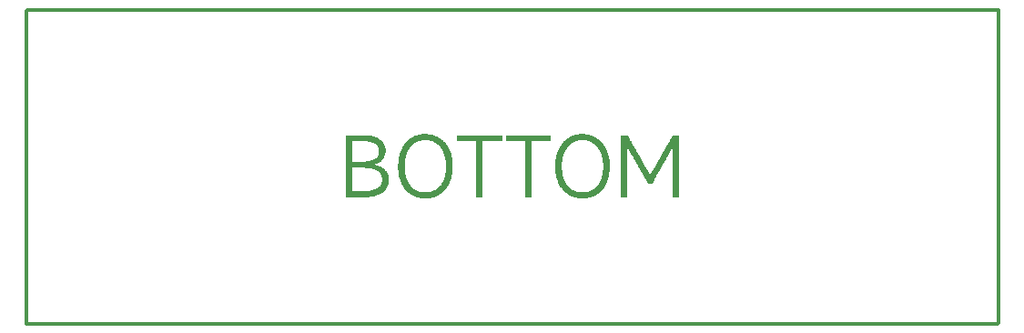
<source format=gto>
G04 Layer: TopSilkscreenLayer*
G04 EasyEDA Pro v1.7.27, 2022-08-27 15:43:21*
G04 Gerber Generator version 0.3*
G04 Scale: 100 percent, Rotated: No, Reflected: No*
G04 Dimensions in millimeters*
G04 Leading zeros omitted, absolute positions, 3 integers and 3 decimals*
%FSLAX33Y33*%
%MOMM*%
%ADD10C,0.254*%
G75*


G04 Text Start*
G04 //text: BOTTOM*
G36*
G01X39187Y28761D02*
G01X39126Y28759D01*
G01X39081Y28754D01*
G01X39050Y28747D01*
G01X39003Y28741D01*
G01X38929Y28738D01*
G01X38805Y28736D01*
G01X38753Y28730D01*
G01X38697Y28715D01*
G01X38593Y28691D01*
G01X38494Y28663D01*
G01X38425Y28643D01*
G01X38356Y28612D01*
G01X38310Y28594D01*
G01X38241Y28573D01*
G01X38132Y28524D01*
G01X38064Y28495D01*
G01X38032Y28478D01*
G01X38016Y28466D01*
G01X37996Y28449D01*
G01X37956Y28426D01*
G01X37880Y28392D01*
G01X37862Y28380D01*
G01X37836Y28357D01*
G01X37790Y28322D01*
G01X37745Y28287D01*
G01X37692Y28241D01*
G01X37610Y28182D01*
G01X37556Y28138D01*
G01X37534Y28117D01*
G01X37508Y28088D01*
G01X37489Y28063D01*
G01X37460Y28034D01*
G01X37427Y28009D01*
G01X37412Y27993D01*
G01X37398Y27974D01*
G01X37374Y27931D01*
G01X37360Y27912D01*
G01X37345Y27896D01*
G01X37328Y27884D01*
G01X37313Y27871D01*
G01X37300Y27857D01*
G01X37290Y27842D01*
G01X37275Y27807D01*
G01X37262Y27785D01*
G01X37246Y27761D01*
G01X37193Y27692D01*
G01X37162Y27641D01*
G01X37109Y27537D01*
G01X37086Y27493D01*
G01X37040Y27419D01*
G01X37017Y27376D01*
G01X36988Y27313D01*
G01X36971Y27271D01*
G01X36924Y27156D01*
G01X36890Y27064D01*
G01X36844Y26941D01*
G01X36835Y26908D01*
G01X36827Y26872D01*
G01X36814Y26795D01*
G01X36802Y26750D01*
G01X36791Y26727D01*
G01X36776Y26698D01*
G01X36769Y26677D01*
G01X36764Y26652D01*
G01X36762Y26597D01*
G01X36756Y26551D01*
G01X36746Y26513D01*
G01X36734Y26455D01*
G01X36728Y26417D01*
G01X36705Y26255D01*
G01X36700Y26210D01*
G01X36694Y26089D01*
G01X36693Y26013D01*
G01X36691Y25896D01*
G01X36686Y25834D01*
G01X36679Y25805D01*
G01X37294D01*
G01X37297Y25952D01*
G01X37303Y26014D01*
G01X37305Y26024D01*
G01X37311Y26047D01*
G01X37314Y26079D01*
G01X37317Y26175D01*
G01X37319Y26250D01*
G01X37322Y26287D01*
G01X37327Y26320D01*
G01X37340Y26365D01*
G01X37352Y26417D01*
G01X37369Y26523D01*
G01X37381Y26610D01*
G01X37394Y26660D01*
G01X37404Y26685D01*
G01X37420Y26714D01*
G01X37429Y26738D01*
G01X37438Y26766D01*
G01X37450Y26831D01*
G01X37463Y26871D01*
G01X37473Y26893D01*
G01X37489Y26921D01*
G01X37499Y26942D01*
G01X37507Y26967D01*
G01X37520Y27022D01*
G01X37532Y27058D01*
G01X37542Y27078D01*
G01X37568Y27122D01*
G01X37597Y27194D01*
G01X37617Y27237D01*
G01X37650Y27299D01*
G01X37675Y27341D01*
G01X37733Y27433D01*
G01X37779Y27503D01*
G01X37805Y27534D01*
G01X37836Y27560D01*
G01X37854Y27574D01*
G01X37871Y27592D01*
G01X37889Y27614D01*
G01X37923Y27668D01*
G01X37949Y27700D01*
G01X37966Y27715D01*
G01X38040Y27769D01*
G01X38183Y27884D01*
G01X38210Y27904D01*
G01X38235Y27921D01*
G01X38266Y27937D01*
G01X38310Y27956D01*
G01X38363Y27987D01*
G01X38385Y27999D01*
G01X38437Y28022D01*
G01X38552Y28068D01*
G01X38616Y28091D01*
G01X38691Y28114D01*
G01X38799Y28142D01*
G01X38829Y28149D01*
G01X38968Y28172D01*
G01X39018Y28177D01*
G01X39173Y28183D01*
G01X39280D01*
G01X39470Y28180D01*
G01X39534Y28175D01*
G01X39565Y28166D01*
G01X39617Y28155D01*
G01X39710Y28138D01*
G01X39857Y28091D01*
G01X39891Y28079D01*
G01X39923Y28065D01*
G01X39954Y28050D01*
G01X40027Y28009D01*
G01X40071Y27988D01*
G01X40140Y27958D01*
G01X40183Y27935D01*
G01X40261Y27884D01*
G01X40307Y27849D01*
G01X40360Y27802D01*
G01X40393Y27779D01*
G01X40422Y27750D01*
G01X40460Y27702D01*
G01X40508Y27663D01*
G01X40537Y27634D01*
G01X40575Y27586D01*
G01X40607Y27560D01*
G01X40623Y27548D01*
G01X40636Y27534D01*
G01X40647Y27519D01*
G01X40661Y27484D01*
G01X40684Y27444D01*
G01X40734Y27373D01*
G01X40769Y27318D01*
G01X40793Y27275D01*
G01X40815Y27231D01*
G01X40844Y27162D01*
G01X40867Y27119D01*
G01X40884Y27090D01*
G01X40896Y27067D01*
G01X40919Y27006D01*
G01X40960Y26894D01*
G01X40988Y26815D01*
G01X41011Y26741D01*
G01X41040Y26632D01*
G01X41069Y26487D01*
G01X41104Y26278D01*
G01X41118Y26222D01*
G01X41124Y26172D01*
G01X41129Y25958D01*
G01X41135Y25902D01*
G01X41138Y25886D01*
G01X41143Y25863D01*
G01X41147Y25828D01*
G01X41150Y25755D01*
G01Y25725D01*
G01X41148Y25631D01*
G01X41142Y25579D01*
G01X41138Y25563D01*
G01X41133Y25539D01*
G01X41130Y25502D01*
G01X41125Y25288D01*
G01X41120Y25233D01*
G01X41110Y25196D01*
G01X41098Y25138D01*
G01X41092Y25101D01*
G01X41069Y24963D01*
G01X41059Y24917D01*
G01X41035Y24836D01*
G01X41014Y24769D01*
G01X40994Y24681D01*
G01X40981Y24645D01*
G01X40971Y24625D01*
G01X40954Y24597D01*
G01X40945Y24576D01*
G01X40937Y24551D01*
G01X40924Y24496D01*
G01X40912Y24461D01*
G01X40902Y24440D01*
G01X40873Y24391D01*
G01X40838Y24311D01*
G01X40824Y24284D01*
G01X40809Y24259D01*
G01X40768Y24201D01*
G01X40747Y24166D01*
G01X40716Y24108D01*
G01X40693Y24074D01*
G01X40607Y23953D01*
G01X40578Y23924D01*
G01X40530Y23886D01*
G01X40491Y23837D01*
G01X40462Y23808D01*
G01X40414Y23770D01*
G01X40388Y23738D01*
G01X40376Y23723D01*
G01X40362Y23710D01*
G01X40347Y23700D01*
G01X40314Y23686D01*
G01X40299Y23678D01*
G01X40285Y23669D01*
G01X40241Y23632D01*
G01X40192Y23600D01*
G01X40112Y23554D01*
G01X39995Y23496D01*
G01X39958Y23479D01*
G01X39880Y23450D01*
G01X39768Y23410D01*
G01X39723Y23393D01*
G01X39690Y23384D01*
G01X39653Y23376D01*
G01X39545Y23357D01*
G01X39499Y23346D01*
G01X39478Y23341D01*
G01X39447Y23338D01*
G01X39294Y23333D01*
G01X39256Y23329D01*
G01X39240Y23326D01*
G01X39233Y23323D01*
G01X39214Y23317D01*
G01X39199Y23323D01*
G01X39185Y23328D01*
G01X39156Y23331D01*
G01X39049Y23334D01*
G01X38947Y23337D01*
G01X38892Y23342D01*
G01X38835Y23357D01*
G01X38679Y23392D01*
G01X38636Y23407D01*
G01X38581Y23438D01*
G01X38540Y23455D01*
G01X38471Y23476D01*
G01X38425Y23496D01*
G01X38363Y23530D01*
G01X38321Y23554D01*
G01X38206Y23623D01*
G01X38162Y23650D01*
G01X38090Y23704D01*
G01X38027Y23757D01*
G01X37998Y23785D01*
G01X37961Y23825D01*
G01X37895Y23904D01*
G01X37874Y23926D01*
G01X37845Y23952D01*
G01X37821Y23970D01*
G01X37808Y23984D01*
G01X37798Y23999D01*
G01X37783Y24034D01*
G01X37770Y24056D01*
G01X37754Y24081D01*
G01X37711Y24137D01*
G01X37692Y24166D01*
G01X37676Y24195D01*
G01X37651Y24251D01*
G01X37637Y24278D01*
G01X37622Y24304D01*
G01X37590Y24350D01*
G01X37571Y24385D01*
G01X37563Y24408D01*
G01X37545Y24463D01*
G01X37514Y24519D01*
G01X37496Y24559D01*
G01X37476Y24627D01*
G01X37450Y24685D01*
G01X37442Y24709D01*
G01X37436Y24731D01*
G01X37433Y24754D01*
G01X37431Y24789D01*
G01X37427Y24812D01*
G01X37419Y24836D01*
G01X37404Y24870D01*
G01X37395Y24893D01*
G01X37389Y24916D01*
G01X37387Y24939D01*
G01X37383Y24994D01*
G01X37369Y25052D01*
G01X37357Y25109D01*
G01X37340Y25217D01*
G01X37326Y25272D01*
G01X37320Y25320D01*
G01X37317Y25394D01*
G01X37315Y25518D01*
G01X37310Y25570D01*
G01X37305Y25586D01*
G01X37300Y25612D01*
G01X37297Y25658D01*
G01X37294Y25805D01*
G01X36679D01*
G01X36677Y25799D01*
G01X36671Y25758D01*
G01Y25713D01*
G01X36677Y25673D01*
G01X36685Y25644D01*
G01X36691Y25583D01*
G01X36696Y25289D01*
G01X36702Y25227D01*
G01X36710Y25198D01*
G01X36716Y25152D01*
G01X36720Y25072D01*
G01X36725Y25041D01*
G01X36734Y25011D01*
G01X36746Y24953D01*
G01X36751Y24916D01*
G01X36761Y24859D01*
G01X36770Y24824D01*
G01X36797Y24747D01*
G01X36806Y24714D01*
G01X36814Y24678D01*
G01X36827Y24601D01*
G01X36840Y24556D01*
G01X36850Y24533D01*
G01X36866Y24505D01*
G01X36875Y24483D01*
G01X36883Y24459D01*
G01X36897Y24404D01*
G01X36909Y24368D01*
G01X36919Y24348D01*
G01X36935Y24321D01*
G01X36952Y24280D01*
G01X36974Y24215D01*
G01X36994Y24177D01*
G01X37017Y24137D01*
G01X37052Y24057D01*
G01X37066Y24030D01*
G01X37081Y24005D01*
G01X37127Y23937D01*
G01X37140Y23909D01*
G01X37152Y23882D01*
G01X37164Y23860D01*
G01X37181Y23835D01*
G01X37258Y23734D01*
G01X37319Y23650D01*
G01X37340Y23623D01*
G01X37389Y23565D01*
G01X37409Y23542D01*
G01X37536Y23415D01*
G01X37580Y23377D01*
G01X37622Y23345D01*
G01X37651Y23316D01*
G01X37676Y23284D01*
G01X37690Y23271D01*
G01X37704Y23261D01*
G01X37738Y23247D01*
G01X37753Y23239D01*
G01X37767Y23230D01*
G01X37791Y23207D01*
G01X37836Y23173D01*
G01X37906Y23127D01*
G01X37944Y23103D01*
G01X38049Y23047D01*
G01X38134Y22998D01*
G01X38177Y22977D01*
G01X38206Y22965D01*
G01X38261Y22945D01*
G01X38333Y22924D01*
G01X38379Y22907D01*
G01X38426Y22885D01*
G01X38478Y22868D01*
G01X38558Y22849D01*
G01X38617Y22833D01*
G01X38657Y22827D01*
G01X38723Y22823D01*
G01X38780Y22809D01*
G01X38838Y22798D01*
G01X38876Y22792D01*
G01X39014Y22769D01*
G01X39049Y22763D01*
G01X39123Y22759D01*
G01X39222Y22757D01*
G01X39331Y22759D01*
G01X39390Y22765D01*
G01X39407Y22769D01*
G01X39427Y22774D01*
G01X39453Y22777D01*
G01X39576Y22782D01*
G01X39617Y22787D01*
G01X39658Y22798D01*
G01X39715Y22809D01*
G01X39753Y22815D01*
G01X39892Y22838D01*
G01X39947Y22852D01*
G01X39995Y22873D01*
G01X40042Y22893D01*
G01X40151Y22925D01*
G01X40169Y22931D01*
G01X40261Y22965D01*
G01X40289Y22977D01*
G01X40316Y22991D01*
G01X40341Y23006D01*
G01X40408Y23052D01*
G01X40437Y23066D01*
G01X40480Y23084D01*
G01X40515Y23103D01*
G01X40584Y23150D01*
G01X40649Y23197D01*
G01X40750Y23275D01*
G01X40786Y23300D01*
G01X40815Y23329D01*
G01X40838Y23362D01*
G01X40850Y23375D01*
G01X40861Y23385D01*
G01X40886Y23400D01*
G01X40902Y23412D01*
G01X40942Y23450D01*
G01X40988Y23499D01*
G01X41083Y23612D01*
G01X41130Y23666D01*
G01X41186Y23754D01*
G01X41214Y23790D01*
G01X41254Y23837D01*
G01X41265Y23854D01*
G01X41323Y23947D01*
G01X41348Y23990D01*
G01X41369Y24033D01*
G01X41398Y24102D01*
G01X41421Y24145D01*
G01X41450Y24195D01*
G01X41473Y24246D01*
G01X41514Y24357D01*
G01X41543Y24437D01*
G01X41577Y24514D01*
G01X41595Y24560D01*
G01X41612Y24616D01*
G01X41640Y24724D01*
G01X41658Y24807D01*
G01X41675Y24865D01*
G01X41680Y24905D01*
G01X41684Y24971D01*
G01X41704Y25049D01*
G01X41716Y25101D01*
G01X41723Y25142D01*
G01X41727Y25205D01*
G01X41730Y25248D01*
G01X41739Y25286D01*
G01X41744Y25312D01*
G01X41747Y25358D01*
G01X41754Y25652D01*
G01X41759Y25713D01*
G01X41762Y25725D01*
G01X41766Y25746D01*
G01X41768Y25776D01*
G01X41766Y25815D01*
G01X41762Y25863D01*
G01X41754Y25963D01*
G01X41750Y26117D01*
G01X41748Y26226D01*
G01X41743Y26284D01*
G01X41739Y26302D01*
G01X41730Y26342D01*
G01X41727Y26422D01*
G01X41721Y26468D01*
G01X41710Y26506D01*
G01X41699Y26564D01*
G01X41693Y26602D01*
G01X41682Y26659D01*
G01X41674Y26694D01*
G01X41647Y26771D01*
G01X41638Y26804D01*
G01X41630Y26840D01*
G01X41617Y26916D01*
G01X41605Y26962D01*
G01X41595Y26985D01*
G01X41569Y27032D01*
G01X41548Y27098D01*
G01X41531Y27144D01*
G01X41500Y27214D01*
G01X41478Y27282D01*
G01X41461Y27323D01*
G01X41427Y27381D01*
G01X41392Y27460D01*
G01X41375Y27492D01*
G01X41364Y27508D01*
G01X41346Y27528D01*
G01X41323Y27568D01*
G01X41299Y27624D01*
G01X41283Y27652D01*
G01X41264Y27681D01*
G01X41186Y27784D01*
G01X41126Y27867D01*
G01X41104Y27895D01*
G01X41050Y27958D01*
G01X41023Y27987D01*
G01X40983Y28025D01*
G01X40894Y28100D01*
G01X40870Y28124D01*
G01X40865Y28131D01*
G01X40854Y28149D01*
G01X40844Y28160D01*
G01X40784Y28207D01*
G01X40745Y28241D01*
G01X40700Y28276D01*
G01X40654Y28310D01*
G01X40629Y28334D01*
G01X40594Y28357D01*
G01X40530Y28392D01*
G01X40473Y28426D01*
G01X40452Y28437D01*
G01X40371Y28473D01*
G01X40345Y28487D01*
G01X40319Y28502D01*
G01X40273Y28534D01*
G01X40238Y28553D01*
G01X40215Y28561D01*
G01X40157Y28579D01*
G01X40088Y28610D01*
G01X40042Y28627D01*
G01X39956Y28651D01*
G01X39918Y28663D01*
G01X39866Y28674D01*
G01X39773Y28691D01*
G01X39710Y28709D01*
G01X39652Y28720D01*
G01X39614Y28726D01*
G01X39552Y28733D01*
G01X39487Y28737D01*
G01X39380Y28740D01*
G01X39335Y28744D01*
G01X39314Y28749D01*
G01X39293Y28754D01*
G01X39265Y28758D01*
G37*
G36*
G01X53792Y28761D02*
G01X53738Y28759D01*
G01X53697Y28754D01*
G01X53667Y28747D01*
G01X53619Y28741D01*
G01X53546Y28738D01*
G01X53422Y28736D01*
G01X53370Y28730D01*
G01X53313Y28715D01*
G01X53209Y28691D01*
G01X53110Y28663D01*
G01X53042Y28643D01*
G01X52972Y28612D01*
G01X52920Y28594D01*
G01X52865Y28581D01*
G01X52828Y28569D01*
G01X52809Y28559D01*
G01X52759Y28530D01*
G01X52681Y28495D01*
G01X52649Y28478D01*
G01X52632Y28466D01*
G01X52613Y28449D01*
G01X52572Y28426D01*
G01X52496Y28392D01*
G01X52478Y28380D01*
G01X52453Y28357D01*
G01X52407Y28322D01*
G01X52362Y28287D01*
G01X52336Y28264D01*
G01X52317Y28250D01*
G01X52242Y28201D01*
G01X52210Y28175D01*
G01X52194Y28157D01*
G01X52175Y28133D01*
G01X52146Y28104D01*
G01X52098Y28065D01*
G01X52072Y28033D01*
G01X52037Y27988D01*
G01X51991Y27934D01*
G01X51957Y27886D01*
G01X51921Y27847D01*
G01X51907Y27829D01*
G01X51852Y27741D01*
G01X51824Y27705D01*
G01X51806Y27685D01*
G01X51792Y27667D01*
G01X51760Y27618D01*
G01X51736Y27575D01*
G01X51715Y27531D01*
G01X51691Y27476D01*
G01X51674Y27444D01*
G01X51662Y27428D01*
G01X51645Y27407D01*
G01X51633Y27387D01*
G01X51622Y27361D01*
G01X51587Y27266D01*
G01X51535Y27152D01*
G01X51518Y27110D01*
G01X51497Y27055D01*
G01X51466Y26943D01*
G01X51425Y26810D01*
G01X51397Y26701D01*
G01X51391Y26671D01*
G01X51368Y26544D01*
G01X51356Y26484D01*
G01X51339Y26422D01*
G01X51334Y26375D01*
G01X51330Y26296D01*
G01X51324Y26265D01*
G01X51319Y26245D01*
G01X51313Y26189D01*
G01X51308Y25942D01*
G01X51302Y25881D01*
G01X51298Y25863D01*
G01X51293Y25842D01*
G01X51290Y25814D01*
G01X51289Y25805D01*
G01X51910D01*
G01X51914Y25952D01*
G01X51919Y26014D01*
G01X51922Y26024D01*
G01X51927Y26047D01*
G01X51931Y26079D01*
G01X51933Y26175D01*
G01X51935Y26250D01*
G01X51938Y26287D01*
G01X51944Y26320D01*
G01X51951Y26345D01*
G01X51962Y26403D01*
G01X51968Y26440D01*
G01X51991Y26579D01*
G01X52001Y26624D01*
G01X52026Y26706D01*
G01X52046Y26772D01*
G01X52067Y26860D01*
G01X52080Y26896D01*
G01X52090Y26916D01*
G01X52106Y26943D01*
G01X52123Y26983D01*
G01X52144Y27049D01*
G01X52175Y27105D01*
G01X52192Y27145D01*
G01X52214Y27211D01*
G01X52234Y27249D01*
G01X52291Y27341D01*
G01X52361Y27456D01*
G01X52378Y27483D01*
G01X52404Y27515D01*
G01X52422Y27531D01*
G01X52446Y27549D01*
G01X52475Y27578D01*
G01X52535Y27660D01*
G01X52557Y27687D01*
G01X52580Y27714D01*
G01X52615Y27746D01*
G01X52638Y27762D01*
G01X52671Y27780D01*
G01X52690Y27794D01*
G01X52706Y27809D01*
G01X52719Y27826D01*
G01X52731Y27841D01*
G01X52745Y27855D01*
G01X52760Y27865D01*
G01X52793Y27879D01*
G01X52808Y27886D01*
G01X52822Y27896D01*
G01X52846Y27917D01*
G01X52860Y27927D01*
G01X52875Y27934D01*
G01X52926Y27956D01*
G01X52980Y27987D01*
G01X53002Y27999D01*
G01X53053Y28022D01*
G01X53169Y28068D01*
G01X53232Y28091D01*
G01X53307Y28114D01*
G01X53416Y28142D01*
G01X53446Y28149D01*
G01X53584Y28172D01*
G01X53634Y28177D01*
G01X53790Y28183D01*
G01X53896D01*
G01X54086Y28180D01*
G01X54150Y28175D01*
G01X54181Y28166D01*
G01X54233Y28155D01*
G01X54327Y28138D01*
G01X54473Y28091D01*
G01X54507Y28079D01*
G01X54540Y28065D01*
G01X54571Y28050D01*
G01X54644Y28009D01*
G01X54687Y27988D01*
G01X54756Y27958D01*
G01X54799Y27935D01*
G01X54878Y27884D01*
G01X54923Y27849D01*
G01X54976Y27802D01*
G01X55010Y27779D01*
G01X55039Y27750D01*
G01X55077Y27702D01*
G01X55125Y27663D01*
G01X55154Y27634D01*
G01X55192Y27586D01*
G01X55224Y27560D01*
G01X55240Y27548D01*
G01X55253Y27534D01*
G01X55263Y27519D01*
G01X55278Y27484D01*
G01X55300Y27444D01*
G01X55351Y27373D01*
G01X55386Y27318D01*
G01X55410Y27275D01*
G01X55431Y27231D01*
G01X55461Y27162D01*
G01X55484Y27119D01*
G01X55501Y27090D01*
G01X55513Y27067D01*
G01X55536Y27006D01*
G01X55576Y26894D01*
G01X55605Y26815D01*
G01X55628Y26741D01*
G01X55656Y26632D01*
G01X55686Y26487D01*
G01X55720Y26278D01*
G01X55735Y26222D01*
G01X55741Y26172D01*
G01X55746Y25958D01*
G01X55751Y25902D01*
G01X55755Y25886D01*
G01X55760Y25863D01*
G01X55764Y25828D01*
G01X55766Y25755D01*
G01X55767Y25725D01*
G01X55764Y25631D01*
G01X55759Y25579D01*
G01X55755Y25563D01*
G01X55750Y25539D01*
G01X55746Y25502D01*
G01X55741Y25288D01*
G01X55736Y25233D01*
G01X55720Y25176D01*
G01X55709Y25124D01*
G01X55692Y25018D01*
G01X55679Y24931D01*
G01X55667Y24881D01*
G01X55657Y24856D01*
G01X55641Y24829D01*
G01X55634Y24809D01*
G01X55630Y24788D01*
G01X55627Y24743D01*
G01X55622Y24720D01*
G01X55615Y24697D01*
G01X55593Y24649D01*
G01X55576Y24602D01*
G01X55542Y24493D01*
G01X55524Y24452D01*
G01X55501Y24412D01*
G01X55489Y24391D01*
G01X55454Y24311D01*
G01X55441Y24284D01*
G01X55425Y24259D01*
G01X55384Y24201D01*
G01X55363Y24166D01*
G01X55338Y24119D01*
G01X55322Y24093D01*
G01X55282Y24039D01*
G01X55226Y23965D01*
G01X55200Y23930D01*
G01X55171Y23901D01*
G01X55123Y23863D01*
G01X55085Y23815D01*
G01X55056Y23786D01*
G01X54974Y23726D01*
G01X54843Y23623D01*
G01X54819Y23606D01*
G01X54794Y23592D01*
G01X54767Y23578D01*
G01X54690Y23542D01*
G01X54672Y23531D01*
G01X54658Y23519D01*
G01X54645Y23508D01*
G01X54629Y23499D01*
G01X54611Y23491D01*
G01X54543Y23470D01*
G01X54473Y23439D01*
G01X54427Y23422D01*
G01X54341Y23398D01*
G01X54304Y23386D01*
G01X54252Y23375D01*
G01X54159Y23357D01*
G01X54116Y23346D01*
G01X54094Y23341D01*
G01X54064Y23338D01*
G01X53910Y23333D01*
G01X53872Y23329D01*
G01X53857Y23326D01*
G01X53850Y23323D01*
G01X53830Y23317D01*
G01X53815Y23323D01*
G01X53802Y23328D01*
G01X53772Y23331D01*
G01X53665Y23334D01*
G01X53564Y23337D01*
G01X53509Y23342D01*
G01X53452Y23357D01*
G01X53296Y23392D01*
G01X53253Y23407D01*
G01X53197Y23438D01*
G01X53157Y23455D01*
G01X53088Y23476D01*
G01X53042Y23496D01*
G01X52980Y23530D01*
G01X52938Y23554D01*
G01X52858Y23599D01*
G01X52794Y23635D01*
G01X52771Y23652D01*
G01X52724Y23693D01*
G01X52676Y23727D01*
G01X52637Y23762D01*
G01X52592Y23796D01*
G01X52576Y23808D01*
G01X52563Y23822D01*
G01X52553Y23837D01*
G01X52538Y23870D01*
G01X52528Y23886D01*
G01X52515Y23899D01*
G01X52482Y23924D01*
G01X52454Y23953D01*
G01X52441Y23969D01*
G01X52349Y24108D01*
G01X52276Y24212D01*
G01X52257Y24246D01*
G01X52248Y24270D01*
G01X52239Y24303D01*
G01X52231Y24322D01*
G01X52221Y24337D01*
G01X52200Y24364D01*
G01X52190Y24379D01*
G01X52182Y24398D01*
G01X52161Y24463D01*
G01X52130Y24519D01*
G01X52113Y24559D01*
G01X52092Y24627D01*
G01X52066Y24685D01*
G01X52058Y24709D01*
G01X52052Y24731D01*
G01X52049Y24754D01*
G01X52048Y24788D01*
G01X52043Y24809D01*
G01X52036Y24829D01*
G01X52016Y24866D01*
G01X52009Y24887D01*
G01X52004Y24912D01*
G01X52002Y24967D01*
G01X51996Y25013D01*
G01X51986Y25052D01*
G01X51974Y25109D01*
G01X51957Y25217D01*
G01X51942Y25272D01*
G01X51936Y25320D01*
G01X51934Y25394D01*
G01X51931Y25518D01*
G01X51926Y25570D01*
G01X51922Y25586D01*
G01X51917Y25612D01*
G01X51914Y25658D01*
G01X51910Y25805D01*
G01X51289D01*
G01X51287Y25736D01*
G01X51289Y25675D01*
G01X51293Y25630D01*
G01X51301Y25598D01*
G01X51307Y25543D01*
G01X51312Y25295D01*
G01X51318Y25234D01*
G01X51322Y25217D01*
G01X51327Y25197D01*
G01X51332Y25145D01*
G01X51336Y25052D01*
G01X51342Y25018D01*
G01X51356Y24968D01*
G01X51368Y24916D01*
G01X51391Y24801D01*
G01X51402Y24749D01*
G01X51449Y24593D01*
G01X51466Y24537D01*
G01X51483Y24491D01*
G01X51515Y24420D01*
G01X51536Y24350D01*
G01X51553Y24304D01*
G01X51593Y24219D01*
G01X51628Y24137D01*
G01X51651Y24094D01*
G01X51679Y24047D01*
G01X51736Y23942D01*
G01X51760Y23900D01*
G01X51818Y23808D01*
G01X51866Y23743D01*
G01X51944Y23642D01*
G01X51969Y23606D01*
G01X51998Y23571D01*
G01X52153Y23415D01*
G01X52196Y23377D01*
G01X52239Y23345D01*
G01X52268Y23316D01*
G01X52292Y23284D01*
G01X52306Y23271D01*
G01X52321Y23261D01*
G01X52354Y23247D01*
G01X52369Y23239D01*
G01X52383Y23230D01*
G01X52408Y23207D01*
G01X52453Y23173D01*
G01X52558Y23098D01*
G01X52583Y23084D01*
G01X52609Y23070D01*
G01X52678Y23040D01*
G01X52721Y23017D01*
G01X52771Y22988D01*
G01X52822Y22965D01*
G01X52933Y22925D01*
G01X53088Y22873D01*
G01X53155Y22852D01*
G01X53215Y22838D01*
G01X53423Y22804D01*
G01X53489Y22787D01*
G01X53515Y22783D01*
G01X53584Y22780D01*
G01X53620D01*
G01X53659Y22776D01*
G01X53667Y22774D01*
G01X53673Y22772D01*
G01X53677Y22769D01*
G01X53692Y22763D01*
G01X53723Y22760D01*
G01X53838Y22757D01*
G01X53948Y22759D01*
G01X54006Y22765D01*
G01X54023Y22769D01*
G01X54044Y22774D01*
G01X54069Y22777D01*
G01X54193Y22782D01*
G01X54234Y22787D01*
G01X54274Y22798D01*
G01X54332Y22809D01*
G01X54370Y22815D01*
G01X54508Y22838D01*
G01X54563Y22852D01*
G01X54612Y22873D01*
G01X54658Y22893D01*
G01X54727Y22914D01*
G01X54774Y22931D01*
G01X54843Y22962D01*
G01X54901Y22980D01*
G01X54924Y22989D01*
G01X54947Y23000D01*
G01X55004Y23039D01*
G01X55044Y23062D01*
G01X55080Y23075D01*
G01X55114Y23093D01*
G01X55201Y23150D01*
G01X55266Y23197D01*
G01X55367Y23275D01*
G01X55402Y23300D01*
G01X55431Y23329D01*
G01X55470Y23378D01*
G01X55518Y23416D01*
G01X55547Y23445D01*
G01X55570Y23477D01*
G01X55582Y23490D01*
G01X55593Y23501D01*
G01X55628Y23525D01*
G01X55651Y23554D01*
G01X55677Y23585D01*
G01X55709Y23611D01*
G01X55725Y23624D01*
G01X55738Y23638D01*
G01X55748Y23652D01*
G01X55763Y23688D01*
G01X55775Y23710D01*
G01X55792Y23734D01*
G01X55856Y23820D01*
G01X55894Y23877D01*
G01X55939Y23957D01*
G01X55974Y24024D01*
G01X56009Y24081D01*
G01X56021Y24102D01*
G01X56061Y24194D01*
G01X56084Y24238D01*
G01X56101Y24265D01*
G01X56110Y24287D01*
G01X56118Y24311D01*
G01X56131Y24366D01*
G01X56144Y24402D01*
G01X56154Y24422D01*
G01X56170Y24450D01*
G01X56187Y24490D01*
G01X56211Y24575D01*
G01X56223Y24613D01*
G01X56234Y24664D01*
G01X56246Y24729D01*
G01X56259Y24770D01*
G01X56269Y24791D01*
G01X56285Y24820D01*
G01X56292Y24844D01*
G01X56296Y24872D01*
G01X56299Y24937D01*
G01X56304Y24989D01*
G01X56315Y25029D01*
G01X56327Y25087D01*
G01X56332Y25124D01*
G01X56355Y25286D01*
G01X56361Y25332D01*
G01X56366Y25459D01*
G01X56367Y25540D01*
G01X56370Y25678D01*
G01X56375Y25730D01*
G01X56378Y25747D01*
G01X56383Y25766D01*
G01X56384Y25788D01*
G01X56383Y25812D01*
G01X56373Y25876D01*
G01X56369Y25957D01*
G01X56367Y26071D01*
G01X56364Y26209D01*
G01X56360Y26261D01*
G01X56355Y26278D01*
G01X56347Y26319D01*
G01X56343Y26398D01*
G01X56337Y26444D01*
G01X56327Y26484D01*
G01X56315Y26541D01*
G01X56299Y26637D01*
G01X56285Y26693D01*
G01X56259Y26782D01*
G01X56246Y26839D01*
G01X56234Y26916D01*
G01X56221Y26962D01*
G01X56211Y26985D01*
G01X56185Y27032D01*
G01X56164Y27098D01*
G01X56147Y27144D01*
G01X56116Y27214D01*
G01X56095Y27282D01*
G01X56078Y27323D01*
G01X56044Y27381D01*
G01X56009Y27460D01*
G01X55992Y27492D01*
G01X55980Y27508D01*
G01X55963Y27528D01*
G01X55940Y27568D01*
G01X55905Y27644D01*
G01X55894Y27662D01*
G01X55870Y27689D01*
G01X55856Y27707D01*
G01X55800Y27795D01*
G01X55773Y27831D01*
G01X55732Y27879D01*
G01X55708Y27912D01*
G01X55679Y27941D01*
G01X55631Y27979D01*
G01X55593Y28027D01*
G01X55564Y28056D01*
G01X55516Y28094D01*
G01X55477Y28142D01*
G01X55448Y28171D01*
G01X55400Y28207D01*
G01X55362Y28241D01*
G01X55316Y28276D01*
G01X55187Y28368D01*
G01X55132Y28403D01*
G01X55089Y28427D01*
G01X55045Y28449D01*
G01X54988Y28473D01*
G01X54962Y28487D01*
G01X54936Y28502D01*
G01X54889Y28534D01*
G01X54854Y28553D01*
G01X54831Y28561D01*
G01X54774Y28579D01*
G01X54704Y28610D01*
G01X54658Y28627D01*
G01X54572Y28651D01*
G01X54535Y28663D01*
G01X54483Y28674D01*
G01X54390Y28691D01*
G01X54327Y28709D01*
G01X54269Y28720D01*
G01X54231Y28726D01*
G01X54167Y28733D01*
G01X54072Y28738D01*
G01X53978Y28740D01*
G01X53929Y28744D01*
G01X53908Y28749D01*
G01X53888Y28754D01*
G01X53862Y28758D01*
G37*
G36*
G01X31821Y28646D02*
G01X31821Y28068D01*
G01X32422D01*
G01X33137D01*
G01X33840Y28061D01*
G01X33883Y28058D01*
G01X33908Y28051D01*
G01X33966Y28039D01*
G01X34073Y28022D01*
G01X34119Y28011D01*
G01X34234Y27976D01*
G01X34290Y27958D01*
G01X34336Y27941D01*
G01X34424Y27901D01*
G01X34494Y27870D01*
G01X34523Y27855D01*
G01X34552Y27836D01*
G01X34581Y27814D01*
G01X34635Y27768D01*
G01X34685Y27722D01*
G01X34716Y27689D01*
G01X34741Y27659D01*
G01X34754Y27641D01*
G01X34812Y27551D01*
G01X34823Y27525D01*
G01X34835Y27493D01*
G01X34846Y27456D01*
G01X34862Y27395D01*
G01X34874Y27335D01*
G01X34881Y27294D01*
G01X34888Y27227D01*
G01X34892Y27118D01*
G01Y27087D01*
G01X34891Y27029D01*
G01X34885Y26973D01*
G01X34879Y26948D01*
G01X34875Y26935D01*
G01X34869Y26925D01*
G01X34858Y26906D01*
G01X34849Y26882D01*
G01X34841Y26854D01*
G01X34824Y26776D01*
G01X34816Y26753D01*
G01X34811Y26743D01*
G01X34806Y26736D01*
G01X34788Y26717D01*
G01X34754Y26671D01*
G01X34706Y26606D01*
G01X34662Y26552D01*
G01X34642Y26530D01*
G01X34613Y26504D01*
G01X34534Y26452D01*
G01X34442Y26394D01*
G01X34399Y26370D01*
G01X34356Y26348D01*
G01X34327Y26336D01*
G01X34263Y26313D01*
G01X34188Y26290D01*
G01X34053Y26250D01*
G01X33995Y26238D01*
G01X33957Y26233D01*
G01X33796Y26209D01*
G01X33735Y26202D01*
G01X33674Y26199D01*
G01X33580Y26196D01*
G01X33539Y26191D01*
G01X33518Y26186D01*
G01X33502Y26183D01*
G01X33363Y26178D01*
G01X32964Y26175D01*
G01X32485Y26180D01*
G01X32442Y26184D01*
G01X32435Y26185D01*
G01X32434D01*
G01X32433Y26186D01*
G01X32431Y26204D01*
G01X32422Y27133D01*
G01Y28068D01*
G01X31821D01*
G01Y25620D01*
G01X32422D01*
G01X32999D01*
G01X33604Y25613D01*
G01X33717Y25602D01*
G01X33778Y25598D01*
G01X33873Y25596D01*
G01X33914Y25591D01*
G01X33954Y25581D01*
G01X34006Y25575D01*
G01X34098Y25571D01*
G01X34133Y25566D01*
G01X34182Y25551D01*
G01X34286Y25528D01*
G01X34367Y25505D01*
G01X34446Y25487D01*
G01X34482Y25475D01*
G01X34502Y25465D01*
G01X34529Y25448D01*
G01X34570Y25430D01*
G01X34614Y25418D01*
G01X34633Y25410D01*
G01X34649Y25401D01*
G01X34675Y25379D01*
G01X34690Y25370D01*
G01X34709Y25361D01*
G01X34752Y25348D01*
G01X34771Y25341D01*
G01X34787Y25331D01*
G01X34812Y25309D01*
G01X34858Y25274D01*
G01X34889Y25248D01*
G01X34928Y25200D01*
G01X34956Y25171D01*
G01X34990Y25145D01*
G01X35005Y25130D01*
G01X35019Y25111D01*
G01X35054Y25049D01*
G01X35071Y25026D01*
G01X35088Y25007D01*
G01X35097Y24991D01*
G01X35105Y24972D01*
G01X35126Y24905D01*
G01X35152Y24847D01*
G01X35161Y24822D01*
G01X35166Y24796D01*
G01X35169Y24769D01*
G01X35172Y24703D01*
G01X35178Y24671D01*
G01X35186Y24641D01*
G01X35190Y24613D01*
G01X35193Y24535D01*
G01X35191Y24474D01*
G01X35186Y24429D01*
G01X35176Y24390D01*
G01X35170Y24350D01*
G01X35168Y24304D01*
G01X35164Y24281D01*
G01X35157Y24258D01*
G01X35129Y24197D01*
G01X35100Y24119D01*
G01X35089Y24088D01*
G01X35071Y24051D01*
G01X35060Y24033D01*
G01X35042Y24015D01*
G01X35008Y23969D01*
G01X34960Y23904D01*
G01X34916Y23851D01*
G01X34896Y23831D01*
G01X34876Y23817D01*
G01X34867Y23811D01*
G01X34841Y23801D01*
G01X34826Y23793D01*
G01X34812Y23784D01*
G01X34769Y23747D01*
G01X34719Y23715D01*
G01X34679Y23693D01*
G01X34636Y23672D01*
G01X34592Y23655D01*
G01X34523Y23614D01*
G01X34488Y23600D01*
G01X34419Y23577D01*
G01X34304Y23542D01*
G01X34196Y23514D01*
G01X34165Y23508D01*
G01X34026Y23484D01*
G01X33842Y23461D01*
G01X33736Y23452D01*
G01X33636Y23449D01*
G01X33584Y23443D01*
G01X33565Y23439D01*
G01X33548Y23436D01*
G01X33403Y23429D01*
G01X32987Y23427D01*
G01X32482Y23433D01*
G01X32440Y23436D01*
G01X32435Y23437D01*
G01X32434Y23438D01*
G01X32433Y23439D01*
G01X32431Y23458D01*
G01X32422Y24535D01*
G01Y25620D01*
G01X31821D01*
G01Y22873D01*
G01X32849D01*
G01X33876Y22881D01*
G01X33907Y22883D01*
G01X33921Y22887D01*
G01X33969Y22893D01*
G01X34043Y22896D01*
G01X34131Y22897D01*
G01X34190Y22903D01*
G01X34226Y22911D01*
G01X34240Y22916D01*
G01X34269Y22929D01*
G01X34292Y22936D01*
G01X34315Y22940D01*
G01X34361Y22943D01*
G01X34401Y22948D01*
G01X34477Y22971D01*
G01X34563Y22994D01*
G01X34788Y23069D01*
G01X34826Y23084D01*
G01X34869Y23103D01*
G01X34962Y23150D01*
G01X35005Y23173D01*
G01X35227Y23312D01*
G01X35292Y23359D01*
G01X35346Y23403D01*
G01X35368Y23424D01*
G01X35394Y23453D01*
G01X35413Y23478D01*
G01X35442Y23507D01*
G01X35475Y23532D01*
G01X35490Y23548D01*
G01X35504Y23567D01*
G01X35535Y23623D01*
G01X35557Y23658D01*
G01X35590Y23705D01*
G01X35605Y23730D01*
G01X35619Y23757D01*
G01X35654Y23834D01*
G01X35666Y23852D01*
G01X35689Y23879D01*
G01X35698Y23897D01*
G01X35706Y23920D01*
G01X35718Y23975D01*
G01X35736Y24026D01*
G01X35757Y24074D01*
G01X35764Y24096D01*
G01X35768Y24119D01*
G01X35771Y24165D01*
G01X35776Y24205D01*
G01X35793Y24264D01*
G01X35807Y24332D01*
G01X35811Y24378D01*
G01X35816Y24523D01*
G01Y24570D01*
G01X35814Y24677D01*
G01X35810Y24726D01*
G01X35804Y24769D01*
G01X35800Y24786D01*
G01X35796Y24796D01*
G01X35783Y24819D01*
G01X35776Y24838D01*
G01X35771Y24859D01*
G01X35768Y24905D01*
G01X35764Y24928D01*
G01X35757Y24951D01*
G01X35736Y24997D01*
G01X35718Y25043D01*
G01X35706Y25088D01*
G01X35698Y25107D01*
G01X35689Y25123D01*
G01X35666Y25149D01*
G01X35643Y25190D01*
G01X35619Y25243D01*
G01X35605Y25265D01*
G01X35590Y25284D01*
G01X35574Y25297D01*
G01X35557Y25310D01*
G01X35542Y25326D01*
G01X35528Y25345D01*
G01X35504Y25388D01*
G01X35490Y25407D01*
G01X35475Y25423D01*
G01X35442Y25448D01*
G01X35413Y25477D01*
G01X35388Y25509D01*
G01X35375Y25522D01*
G01X35359Y25533D01*
G01X35326Y25547D01*
G01X35311Y25557D01*
G01X35297Y25570D01*
G01X35271Y25602D01*
G01X35253Y25617D01*
G01X35231Y25631D01*
G01X35177Y25655D01*
G01X35145Y25672D01*
G01X35130Y25684D01*
G01X35109Y25701D01*
G01X35069Y25725D01*
G01X35042Y25736D01*
G01X34979Y25759D01*
G01X34904Y25782D01*
G01X34788Y25817D01*
G01X34748Y25828D01*
G01X34653Y25850D01*
G01X34610Y25864D01*
G01X34567Y25881D01*
G01X34556Y25887D01*
G01X34547Y25893D01*
G01X34540Y25900D01*
G01X34536Y25908D01*
G01X34533Y25916D01*
G01Y25924D01*
G01X34534Y25932D01*
G01X34542Y25947D01*
G01X34555Y25958D01*
G01X34571Y25965D01*
G01X34604Y25967D01*
G01X34627Y25970D01*
G01X34650Y25976D01*
G01X34673Y25985D01*
G01X34747Y26019D01*
G01X34828Y26053D01*
G01X34872Y26077D01*
G01X34973Y26140D01*
G01X35016Y26168D01*
G01X35089Y26221D01*
G01X35116Y26243D01*
G01X35138Y26264D01*
G01X35163Y26293D01*
G01X35182Y26318D01*
G01X35210Y26347D01*
G01X35243Y26372D01*
G01X35256Y26386D01*
G01X35266Y26400D01*
G01X35280Y26434D01*
G01X35297Y26469D01*
G01X35366Y26579D01*
G01X35390Y26622D01*
G01X35411Y26665D01*
G01X35423Y26694D01*
G01X35464Y26804D01*
G01X35481Y26858D01*
G01X35490Y26899D01*
G01X35501Y26969D01*
G01X35504Y26995D01*
G01X35511Y27082D01*
G01X35516Y27271D01*
G01X35513Y27410D01*
G01X35508Y27461D01*
G01X35493Y27520D01*
G01X35475Y27600D01*
G01X35457Y27652D01*
G01X35429Y27713D01*
G01X35400Y27791D01*
G01X35389Y27823D01*
G01X35372Y27860D01*
G01X35360Y27877D01*
G01X35331Y27912D01*
G01X35302Y27964D01*
G01X35289Y27984D01*
G01X35275Y28001D01*
G01X35259Y28016D01*
G01X35234Y28035D01*
G01X35219Y28051D01*
G01X35205Y28070D01*
G01X35175Y28121D01*
G01X35164Y28136D01*
G01X35158Y28141D01*
G01X35152Y28145D01*
G01X35135Y28155D01*
G01X35112Y28173D01*
G01X35059Y28218D01*
G01X34913Y28322D01*
G01X34858Y28357D01*
G01X34815Y28381D01*
G01X34771Y28402D01*
G01X34662Y28449D01*
G01X34600Y28478D01*
G01X34523Y28507D01*
G01X34457Y28527D01*
G01X34344Y28553D01*
G01X34283Y28570D01*
G01X34225Y28582D01*
G01X34188Y28588D01*
G01X34050Y28611D01*
G01X33934Y28634D01*
G01X33923Y28635D01*
G01X33803Y28640D01*
G01X32849Y28646D01*
G37*
G36*
G01X46692Y28646D02*
G01X46692Y28091D01*
G01X46760Y28078D01*
G01X46864Y28074D01*
G01X47662Y28068D01*
G01X48516D01*
G01Y22873D01*
G01X49093D01*
G01X49105Y22931D01*
G01X49108Y22983D01*
G01X49116Y25528D01*
G01Y28068D01*
G01X50894D01*
G01X50909Y28143D01*
G01X50913Y28193D01*
G01X50917Y28414D01*
G01Y28646D01*
G37*
G36*
G01X42120Y28646D02*
G01X42120Y28091D01*
G01X42201Y28080D01*
G01X42233Y28077D01*
G01X43113Y28068D01*
G01X43944D01*
G01Y22873D01*
G01X44544D01*
G01Y28068D01*
G01X45433D01*
G01X46106Y28080D01*
G01X46237Y28089D01*
G01X46287Y28095D01*
G01X46322Y28102D01*
G01X46334Y28106D01*
G01X46339Y28109D01*
G01X46342Y28111D01*
G01X46345Y28114D01*
G01X46351Y28128D01*
G01X46356Y28149D01*
G01X46363Y28207D01*
G01X46368Y28337D01*
G01X46369Y28392D01*
G01Y28622D01*
G01X46311Y28634D01*
G01X46296Y28635D01*
G01X44186Y28646D01*
G37*
G36*
G01X57429Y28646D02*
G01X57418Y28588D01*
G01X57415Y28530D01*
G01X57406Y25713D01*
G01X57416Y22900D01*
G01X57417Y22886D01*
G01Y22884D01*
G01X57418D01*
G01X57425Y22881D01*
G01X57441Y22879D01*
G01X57498Y22876D01*
G01X57718Y22873D01*
G01X58006D01*
G01Y25170D01*
G01X58027Y27335D01*
G01X58032Y27418D01*
G01X58036Y27446D01*
G01X58038Y27454D01*
G01X58040Y27455D01*
G01Y27456D01*
G01X58041D01*
G01X58058Y27448D01*
G01X58073Y27433D01*
G01X58087Y27413D01*
G01X58110Y27360D01*
G01X58128Y27328D01*
G01X58139Y27313D01*
G01X58156Y27294D01*
G01X58165Y27280D01*
G01X58173Y27265D01*
G01X58194Y27214D01*
G01X58237Y27141D01*
G01X58279Y27064D01*
G01X58302Y27029D01*
G01X58335Y26982D01*
G01X58350Y26957D01*
G01X58364Y26930D01*
G01X58393Y26862D01*
G01X58416Y26819D01*
G01X58480Y26717D01*
G01X58549Y26602D01*
G01X58573Y26559D01*
G01X58595Y26515D01*
G01X58618Y26460D01*
G01X58636Y26428D01*
G01X58647Y26412D01*
G01X58664Y26393D01*
G01X58688Y26358D01*
G01X58722Y26293D01*
G01X58757Y26237D01*
G01X58768Y26215D01*
G01X58803Y26137D01*
G01X58820Y26105D01*
G01X58832Y26088D01*
G01X58849Y26069D01*
G01X58872Y26028D01*
G01X58907Y25952D01*
G01X58918Y25934D01*
G01X58942Y25907D01*
G01X58965Y25873D01*
G01X58999Y25808D01*
G01X59034Y25752D01*
G01X59045Y25730D01*
G01X59080Y25651D01*
G01X59098Y25619D01*
G01X59109Y25604D01*
G01X59126Y25584D01*
G01X59149Y25550D01*
G01X59184Y25485D01*
G01X59219Y25428D01*
G01X59230Y25407D01*
G01X59266Y25327D01*
G01X59280Y25300D01*
G01X59294Y25275D01*
G01X59335Y25217D01*
G01X59357Y25182D01*
G01X59392Y25116D01*
G01X59438Y25040D01*
G01X59494Y24935D01*
G01X59519Y24893D01*
G01X59588Y24778D01*
G01X59613Y24735D01*
G01X59634Y24691D01*
G01X59657Y24635D01*
G01X59675Y24603D01*
G01X59686Y24588D01*
G01X59704Y24568D01*
G01X59727Y24527D01*
G01X59761Y24452D01*
G01X59773Y24433D01*
G01X59796Y24406D01*
G01X59819Y24366D01*
G01X59854Y24290D01*
G01X59865Y24272D01*
G01X59888Y24245D01*
G01X59911Y24210D01*
G01X59923Y24189D01*
G01X59931Y24178D01*
G01X59944Y24169D01*
G01X59961Y24160D01*
G01X59984Y24154D01*
G01X60011Y24149D01*
G01X60042Y24146D01*
G01X60119Y24143D01*
G01X60292D01*
G01X60327Y24201D01*
G01X60408Y24330D01*
G01X60454Y24417D01*
G01X60500Y24492D01*
G01X60557Y24597D01*
G01X60581Y24639D01*
G01X60650Y24754D01*
G01X60675Y24798D01*
G01X60696Y24841D01*
G01X60720Y24897D01*
G01X60737Y24929D01*
G01X60749Y24944D01*
G01X60766Y24965D01*
G01X60789Y25005D01*
G01X60823Y25080D01*
G01X60835Y25099D01*
G01X60858Y25126D01*
G01X60881Y25166D01*
G01X60905Y25221D01*
G01X60919Y25248D01*
G01X60934Y25274D01*
G01X60975Y25332D01*
G01X60996Y25366D01*
G01X61031Y25433D01*
G01X61112Y25563D01*
G01X61137Y25606D01*
G01X61158Y25649D01*
G01X61181Y25705D01*
G01X61199Y25737D01*
G01X61210Y25753D01*
G01X61228Y25773D01*
G01X61251Y25813D01*
G01X61285Y25889D01*
G01X61297Y25907D01*
G01X61319Y25933D01*
G01X61329Y25947D01*
G01X61336Y25962D01*
G01X61358Y26013D01*
G01X61435Y26140D01*
G01X61481Y26220D01*
G01X61526Y26306D01*
G01X61551Y26348D01*
G01X61597Y26428D01*
G01X61632Y26495D01*
G01X61712Y26625D01*
G01X61737Y26668D01*
G01X61758Y26712D01*
G01X61782Y26767D01*
G01X61799Y26799D01*
G01X61811Y26815D01*
G01X61828Y26834D01*
G01X61851Y26869D01*
G01X61886Y26934D01*
G01X61920Y26990D01*
G01X61932Y27012D01*
G01X61966Y27090D01*
G01X61984Y27122D01*
G01X61995Y27138D01*
G01X62013Y27158D01*
G01X62036Y27198D01*
G01X62070Y27275D01*
G01X62082Y27292D01*
G01X62093Y27306D01*
G01X62105Y27320D01*
G01X62128Y27360D01*
G01X62152Y27413D01*
G01X62165Y27433D01*
G01X62173Y27441D01*
G01X62181Y27448D01*
G01X62189Y27452D01*
G01X62197Y27456D01*
G01X62213D01*
G01X62226Y27445D01*
G01X62237Y27421D01*
G01X62244Y27387D01*
G01X62246Y27333D01*
G01X62255Y25090D01*
G01Y22873D01*
G01X62832D01*
G01Y28646D01*
G01X62232D01*
G01X62197Y28588D01*
G01X62152Y28507D01*
G01X62117Y28440D01*
G01X62082Y28384D01*
G01X62070Y28363D01*
G01X62036Y28284D01*
G01X62019Y28252D01*
G01X62007Y28236D01*
G01X61990Y28217D01*
G01X61966Y28182D01*
G01X61932Y28117D01*
G01X61851Y27987D01*
G01X61827Y27944D01*
G01X61806Y27901D01*
G01X61782Y27845D01*
G01X61765Y27813D01*
G01X61753Y27797D01*
G01X61736Y27777D01*
G01X61712Y27737D01*
G01X61678Y27661D01*
G01X61666Y27643D01*
G01X61655Y27630D01*
G01X61643Y27616D01*
G01X61620Y27575D01*
G01X61585Y27500D01*
G01X61574Y27481D01*
G01X61551Y27454D01*
G01X61528Y27414D01*
G01X61493Y27338D01*
G01X61482Y27320D01*
G01X61458Y27293D01*
G01X61435Y27258D01*
G01X61391Y27174D01*
G01X61366Y27133D01*
G01X61321Y27053D01*
G01X61285Y26985D01*
G01X61251Y26930D01*
G01X61239Y26908D01*
G01X61204Y26827D01*
G01X61190Y26801D01*
G01X61175Y26776D01*
G01X61134Y26717D01*
G01X61113Y26683D01*
G01X61077Y26616D01*
G01X60997Y26487D01*
G01X60972Y26443D01*
G01X60951Y26400D01*
G01X60927Y26344D01*
G01X60910Y26312D01*
G01X60899Y26297D01*
G01X60881Y26277D01*
G01X60858Y26242D01*
G01X60823Y26178D01*
G01X60789Y26121D01*
G01X60777Y26100D01*
G01X60743Y26021D01*
G01X60725Y25989D01*
G01X60714Y25973D01*
G01X60696Y25953D01*
G01X60673Y25913D01*
G01X60639Y25837D01*
G01X60627Y25819D01*
G01X60604Y25792D01*
G01X60581Y25758D01*
G01X60536Y25674D01*
G01X60512Y25632D01*
G01X60466Y25552D01*
G01X60431Y25485D01*
G01X60350Y25355D01*
G01X60326Y25312D01*
G01X60305Y25268D01*
G01X60281Y25213D01*
G01X60264Y25181D01*
G01X60252Y25165D01*
G01X60235Y25145D01*
G01X60212Y25104D01*
G01X60188Y25052D01*
G01X60174Y25032D01*
G01X60167Y25024D01*
G01X60159Y25017D01*
G01X60151Y25012D01*
G01X60142Y25008D01*
G01X60126Y25006D01*
G01X60111Y25011D01*
G01X60097Y25024D01*
G01X60085Y25043D01*
G01X60061Y25087D01*
G01X59981Y25217D01*
G01X59956Y25260D01*
G01X59935Y25303D01*
G01X59911Y25358D01*
G01X59894Y25390D01*
G01X59883Y25406D01*
G01X59865Y25426D01*
G01X59842Y25467D01*
G01X59807Y25543D01*
G01X59796Y25561D01*
G01X59773Y25587D01*
G01X59750Y25622D01*
G01X59705Y25706D01*
G01X59680Y25747D01*
G01X59635Y25828D01*
G01X59600Y25895D01*
G01X59553Y25969D01*
G01X59507Y26056D01*
G01X59461Y26132D01*
G01X59415Y26218D01*
G01X59369Y26293D01*
G01X59323Y26379D01*
G01X59276Y26455D01*
G01X59230Y26541D01*
G01X59184Y26616D01*
G01X59138Y26703D01*
G01X59057Y26833D01*
G01X59033Y26876D01*
G01X59012Y26919D01*
G01X58987Y26976D01*
G01X58973Y27003D01*
G01X58958Y27028D01*
G01X58907Y27101D01*
G01X58872Y27156D01*
G01X58850Y27196D01*
G01X58829Y27239D01*
G01X58812Y27283D01*
G01X58734Y27410D01*
G01X58688Y27490D01*
G01X58653Y27557D01*
G01X58607Y27632D01*
G01X58561Y27719D01*
G01X58514Y27794D01*
G01X58468Y27881D01*
G01X58434Y27937D01*
G01X58422Y27958D01*
G01X58387Y28037D01*
G01X58370Y28069D01*
G01X58359Y28085D01*
G01X58341Y28104D01*
G01X58318Y28139D01*
G01X58283Y28204D01*
G01X58203Y28334D01*
G01X58178Y28377D01*
G01X58157Y28420D01*
G01X58133Y28476D01*
G01X58116Y28508D01*
G01X58105Y28524D01*
G01X58087Y28543D01*
G01X58064Y28578D01*
G01X58053Y28599D01*
G01X58043Y28610D01*
G01X58024Y28619D01*
G01X57996Y28627D01*
G01X57960Y28634D01*
G01X57862Y28643D01*
G01X57729Y28646D01*
G37*
G04 Text End*

G04 Rect Start*
G54D10*
G01X2049Y40312D02*
G01X2049Y11102D01*
G01X92473D01*
G01Y40312D01*
G01X2049D01*
G01X2138Y40364D02*
G01X2138Y11154D01*
G01X92562D01*
G01Y40364D01*
G01X2138D01*
G04 Rect End*

M02*

</source>
